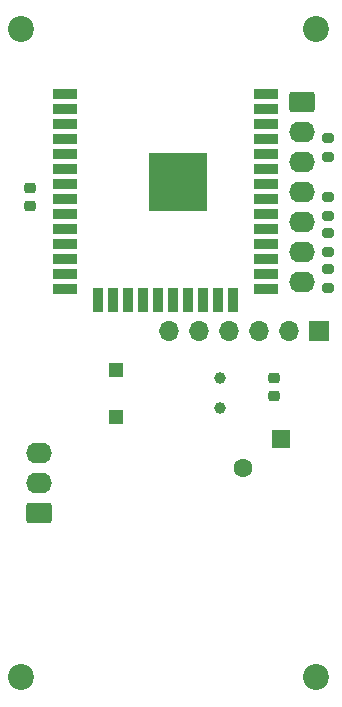
<source format=gbs>
G04 #@! TF.GenerationSoftware,KiCad,Pcbnew,6.0.0-d3dd2cf0fa~116~ubuntu18.04.1*
G04 #@! TF.CreationDate,2023-02-13T16:22:57+00:00*
G04 #@! TF.ProjectId,RemoteESP32,52656d6f-7465-4455-9350-33322e6b6963,rev?*
G04 #@! TF.SameCoordinates,Original*
G04 #@! TF.FileFunction,Soldermask,Bot*
G04 #@! TF.FilePolarity,Negative*
%FSLAX46Y46*%
G04 Gerber Fmt 4.6, Leading zero omitted, Abs format (unit mm)*
G04 Created by KiCad (PCBNEW 6.0.0-d3dd2cf0fa~116~ubuntu18.04.1) date 2023-02-13 16:22:57*
%MOMM*%
%LPD*%
G01*
G04 APERTURE LIST*
G04 Aperture macros list*
%AMRoundRect*
0 Rectangle with rounded corners*
0 $1 Rounding radius*
0 $2 $3 $4 $5 $6 $7 $8 $9 X,Y pos of 4 corners*
0 Add a 4 corners polygon primitive as box body*
4,1,4,$2,$3,$4,$5,$6,$7,$8,$9,$2,$3,0*
0 Add four circle primitives for the rounded corners*
1,1,$1+$1,$2,$3*
1,1,$1+$1,$4,$5*
1,1,$1+$1,$6,$7*
1,1,$1+$1,$8,$9*
0 Add four rect primitives between the rounded corners*
20,1,$1+$1,$2,$3,$4,$5,0*
20,1,$1+$1,$4,$5,$6,$7,0*
20,1,$1+$1,$6,$7,$8,$9,0*
20,1,$1+$1,$8,$9,$2,$3,0*%
G04 Aperture macros list end*
%ADD10R,1.200000X1.200000*%
%ADD11C,1.000000*%
%ADD12R,1.700000X1.700000*%
%ADD13O,1.700000X1.700000*%
%ADD14C,2.200000*%
%ADD15R,1.600000X1.600000*%
%ADD16C,1.600000*%
%ADD17RoundRect,0.250000X0.845000X-0.620000X0.845000X0.620000X-0.845000X0.620000X-0.845000X-0.620000X0*%
%ADD18O,2.190000X1.740000*%
%ADD19RoundRect,0.250000X-0.845000X0.620000X-0.845000X-0.620000X0.845000X-0.620000X0.845000X0.620000X0*%
%ADD20RoundRect,0.200000X-0.275000X0.200000X-0.275000X-0.200000X0.275000X-0.200000X0.275000X0.200000X0*%
%ADD21RoundRect,0.225000X-0.250000X0.225000X-0.250000X-0.225000X0.250000X-0.225000X0.250000X0.225000X0*%
%ADD22R,2.000000X0.900000*%
%ADD23R,0.900000X2.000000*%
%ADD24R,5.000000X5.000000*%
%ADD25RoundRect,0.200000X0.275000X-0.200000X0.275000X0.200000X-0.275000X0.200000X-0.275000X-0.200000X0*%
%ADD26RoundRect,0.225000X0.250000X-0.225000X0.250000X0.225000X-0.250000X0.225000X-0.250000X-0.225000X0*%
G04 APERTURE END LIST*
D10*
X138411200Y-106671600D03*
X138411200Y-110671600D03*
D11*
X147161200Y-109941600D03*
X147161200Y-107401600D03*
D12*
X155600400Y-103418400D03*
D13*
X153060400Y-103418400D03*
X150520400Y-103418400D03*
X147980400Y-103418400D03*
X145440400Y-103418400D03*
X142900400Y-103418400D03*
D14*
X155346400Y-132689600D03*
X130352800Y-132689600D03*
X155346400Y-77825600D03*
D15*
X152348600Y-112556600D03*
D16*
X149098600Y-115006600D03*
D17*
X131826000Y-118810800D03*
D18*
X131826000Y-116270800D03*
X131826000Y-113730800D03*
D14*
X130352800Y-77825600D03*
D19*
X154127200Y-84012800D03*
D18*
X154127200Y-86552800D03*
X154127200Y-89092800D03*
X154127200Y-91632800D03*
X154127200Y-94172800D03*
X154127200Y-96712800D03*
X154127200Y-99252800D03*
D20*
X156362400Y-87008200D03*
X156362400Y-88658200D03*
D21*
X131114800Y-91264200D03*
X131114800Y-92814200D03*
D22*
X151095600Y-83276200D03*
X151095600Y-84546200D03*
X151095600Y-85816200D03*
X151095600Y-87086200D03*
X151095600Y-88356200D03*
X151095600Y-89626200D03*
X151095600Y-90896200D03*
X151095600Y-92166200D03*
X151095600Y-93436200D03*
X151095600Y-94706200D03*
X151095600Y-95976200D03*
X151095600Y-97246200D03*
X151095600Y-98516200D03*
X151095600Y-99786200D03*
D23*
X148310600Y-100786200D03*
X147040600Y-100786200D03*
X145770600Y-100786200D03*
X144500600Y-100786200D03*
X143230600Y-100786200D03*
X141960600Y-100786200D03*
X140690600Y-100786200D03*
X139420600Y-100786200D03*
X138150600Y-100786200D03*
X136880600Y-100786200D03*
D22*
X134095600Y-99786200D03*
X134095600Y-98516200D03*
X134095600Y-97246200D03*
X134095600Y-95976200D03*
X134095600Y-94706200D03*
X134095600Y-93436200D03*
X134095600Y-92166200D03*
X134095600Y-90896200D03*
X134095600Y-89626200D03*
X134095600Y-88356200D03*
X134095600Y-87086200D03*
X134095600Y-85816200D03*
X134095600Y-84546200D03*
X134095600Y-83276200D03*
D24*
X143595600Y-90776200D03*
D25*
X156362400Y-93677000D03*
X156362400Y-92027000D03*
D20*
X156362400Y-95075000D03*
X156362400Y-96725000D03*
D26*
X151739600Y-108917800D03*
X151739600Y-107367800D03*
D20*
X156362400Y-98110800D03*
X156362400Y-99760800D03*
M02*

</source>
